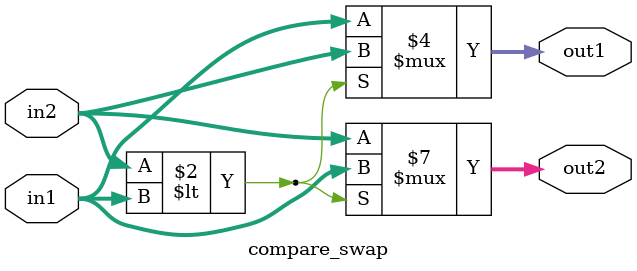
<source format=v>
module compare_swap (in1,in2, out1, out2);
input [7:0]in1, in2;
output reg  [7:0]out1, out2;

always @(*)
begin
	if (in2 < in1)
		begin
			out2=in1;
			out1= in2;
		end
	else	
		begin
		out1 = in1;
		out2 = in2;
		end
end

endmodule


</source>
